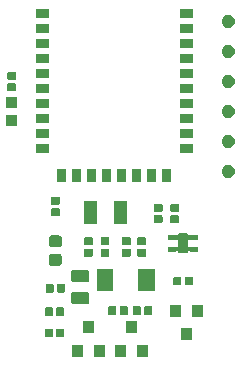
<source format=gbr>
G04 #@! TF.GenerationSoftware,KiCad,Pcbnew,(5.1.2-1)-1*
G04 #@! TF.CreationDate,2021-09-30T18:50:00+02:00*
G04 #@! TF.ProjectId,parasite,70617261-7369-4746-952e-6b696361645f,1.2.0*
G04 #@! TF.SameCoordinates,Original*
G04 #@! TF.FileFunction,Soldermask,Top*
G04 #@! TF.FilePolarity,Negative*
%FSLAX46Y46*%
G04 Gerber Fmt 4.6, Leading zero omitted, Abs format (unit mm)*
G04 Created by KiCad (PCBNEW (5.1.2-1)-1) date 2021-09-30 18:50:00*
%MOMM*%
%LPD*%
G04 APERTURE LIST*
%ADD10C,0.100000*%
G04 APERTURE END LIST*
D10*
G36*
X69851000Y-60201000D02*
G01*
X68949000Y-60201000D01*
X68949000Y-59199000D01*
X69851000Y-59199000D01*
X69851000Y-60201000D01*
X69851000Y-60201000D01*
G37*
G36*
X67951000Y-60201000D02*
G01*
X67049000Y-60201000D01*
X67049000Y-59199000D01*
X67951000Y-59199000D01*
X67951000Y-60201000D01*
X67951000Y-60201000D01*
G37*
G36*
X66201000Y-60201000D02*
G01*
X65299000Y-60201000D01*
X65299000Y-59199000D01*
X66201000Y-59199000D01*
X66201000Y-60201000D01*
X66201000Y-60201000D01*
G37*
G36*
X64301000Y-60201000D02*
G01*
X63399000Y-60201000D01*
X63399000Y-59199000D01*
X64301000Y-59199000D01*
X64301000Y-60201000D01*
X64301000Y-60201000D01*
G37*
G36*
X73551000Y-58801000D02*
G01*
X72649000Y-58801000D01*
X72649000Y-57799000D01*
X73551000Y-57799000D01*
X73551000Y-58801000D01*
X73551000Y-58801000D01*
G37*
G36*
X62656938Y-57831716D02*
G01*
X62677557Y-57837971D01*
X62696553Y-57848124D01*
X62713208Y-57861792D01*
X62726876Y-57878447D01*
X62737029Y-57897443D01*
X62743284Y-57918062D01*
X62746000Y-57945640D01*
X62746000Y-58454360D01*
X62743284Y-58481938D01*
X62737029Y-58502557D01*
X62726876Y-58521553D01*
X62713208Y-58538208D01*
X62696553Y-58551876D01*
X62677557Y-58562029D01*
X62656938Y-58568284D01*
X62629360Y-58571000D01*
X62170640Y-58571000D01*
X62143062Y-58568284D01*
X62122443Y-58562029D01*
X62103447Y-58551876D01*
X62086792Y-58538208D01*
X62073124Y-58521553D01*
X62062971Y-58502557D01*
X62056716Y-58481938D01*
X62054000Y-58454360D01*
X62054000Y-57945640D01*
X62056716Y-57918062D01*
X62062971Y-57897443D01*
X62073124Y-57878447D01*
X62086792Y-57861792D01*
X62103447Y-57848124D01*
X62122443Y-57837971D01*
X62143062Y-57831716D01*
X62170640Y-57829000D01*
X62629360Y-57829000D01*
X62656938Y-57831716D01*
X62656938Y-57831716D01*
G37*
G36*
X61686938Y-57831716D02*
G01*
X61707557Y-57837971D01*
X61726553Y-57848124D01*
X61743208Y-57861792D01*
X61756876Y-57878447D01*
X61767029Y-57897443D01*
X61773284Y-57918062D01*
X61776000Y-57945640D01*
X61776000Y-58454360D01*
X61773284Y-58481938D01*
X61767029Y-58502557D01*
X61756876Y-58521553D01*
X61743208Y-58538208D01*
X61726553Y-58551876D01*
X61707557Y-58562029D01*
X61686938Y-58568284D01*
X61659360Y-58571000D01*
X61200640Y-58571000D01*
X61173062Y-58568284D01*
X61152443Y-58562029D01*
X61133447Y-58551876D01*
X61116792Y-58538208D01*
X61103124Y-58521553D01*
X61092971Y-58502557D01*
X61086716Y-58481938D01*
X61084000Y-58454360D01*
X61084000Y-57945640D01*
X61086716Y-57918062D01*
X61092971Y-57897443D01*
X61103124Y-57878447D01*
X61116792Y-57861792D01*
X61133447Y-57848124D01*
X61152443Y-57837971D01*
X61173062Y-57831716D01*
X61200640Y-57829000D01*
X61659360Y-57829000D01*
X61686938Y-57831716D01*
X61686938Y-57831716D01*
G37*
G36*
X65251000Y-58201000D02*
G01*
X64349000Y-58201000D01*
X64349000Y-57199000D01*
X65251000Y-57199000D01*
X65251000Y-58201000D01*
X65251000Y-58201000D01*
G37*
G36*
X68901000Y-58201000D02*
G01*
X67999000Y-58201000D01*
X67999000Y-57199000D01*
X68901000Y-57199000D01*
X68901000Y-58201000D01*
X68901000Y-58201000D01*
G37*
G36*
X74501000Y-56801000D02*
G01*
X73599000Y-56801000D01*
X73599000Y-55799000D01*
X74501000Y-55799000D01*
X74501000Y-56801000D01*
X74501000Y-56801000D01*
G37*
G36*
X72601000Y-56801000D02*
G01*
X71699000Y-56801000D01*
X71699000Y-55799000D01*
X72601000Y-55799000D01*
X72601000Y-56801000D01*
X72601000Y-56801000D01*
G37*
G36*
X62656938Y-56031716D02*
G01*
X62677557Y-56037971D01*
X62696553Y-56048124D01*
X62713208Y-56061792D01*
X62726876Y-56078447D01*
X62737029Y-56097443D01*
X62743284Y-56118062D01*
X62746000Y-56145640D01*
X62746000Y-56654360D01*
X62743284Y-56681938D01*
X62737029Y-56702557D01*
X62726876Y-56721553D01*
X62713208Y-56738208D01*
X62696553Y-56751876D01*
X62677557Y-56762029D01*
X62656938Y-56768284D01*
X62629360Y-56771000D01*
X62170640Y-56771000D01*
X62143062Y-56768284D01*
X62122443Y-56762029D01*
X62103447Y-56751876D01*
X62086792Y-56738208D01*
X62073124Y-56721553D01*
X62062971Y-56702557D01*
X62056716Y-56681938D01*
X62054000Y-56654360D01*
X62054000Y-56145640D01*
X62056716Y-56118062D01*
X62062971Y-56097443D01*
X62073124Y-56078447D01*
X62086792Y-56061792D01*
X62103447Y-56048124D01*
X62122443Y-56037971D01*
X62143062Y-56031716D01*
X62170640Y-56029000D01*
X62629360Y-56029000D01*
X62656938Y-56031716D01*
X62656938Y-56031716D01*
G37*
G36*
X61686938Y-56031716D02*
G01*
X61707557Y-56037971D01*
X61726553Y-56048124D01*
X61743208Y-56061792D01*
X61756876Y-56078447D01*
X61767029Y-56097443D01*
X61773284Y-56118062D01*
X61776000Y-56145640D01*
X61776000Y-56654360D01*
X61773284Y-56681938D01*
X61767029Y-56702557D01*
X61756876Y-56721553D01*
X61743208Y-56738208D01*
X61726553Y-56751876D01*
X61707557Y-56762029D01*
X61686938Y-56768284D01*
X61659360Y-56771000D01*
X61200640Y-56771000D01*
X61173062Y-56768284D01*
X61152443Y-56762029D01*
X61133447Y-56751876D01*
X61116792Y-56738208D01*
X61103124Y-56721553D01*
X61092971Y-56702557D01*
X61086716Y-56681938D01*
X61084000Y-56654360D01*
X61084000Y-56145640D01*
X61086716Y-56118062D01*
X61092971Y-56097443D01*
X61103124Y-56078447D01*
X61116792Y-56061792D01*
X61133447Y-56048124D01*
X61152443Y-56037971D01*
X61173062Y-56031716D01*
X61200640Y-56029000D01*
X61659360Y-56029000D01*
X61686938Y-56031716D01*
X61686938Y-56031716D01*
G37*
G36*
X70126938Y-55931716D02*
G01*
X70147557Y-55937971D01*
X70166553Y-55948124D01*
X70183208Y-55961792D01*
X70196876Y-55978447D01*
X70207029Y-55997443D01*
X70213284Y-56018062D01*
X70216000Y-56045640D01*
X70216000Y-56554360D01*
X70213284Y-56581938D01*
X70207029Y-56602557D01*
X70196876Y-56621553D01*
X70183208Y-56638208D01*
X70166553Y-56651876D01*
X70147557Y-56662029D01*
X70126938Y-56668284D01*
X70099360Y-56671000D01*
X69640640Y-56671000D01*
X69613062Y-56668284D01*
X69592443Y-56662029D01*
X69573447Y-56651876D01*
X69556792Y-56638208D01*
X69543124Y-56621553D01*
X69532971Y-56602557D01*
X69526716Y-56581938D01*
X69524000Y-56554360D01*
X69524000Y-56045640D01*
X69526716Y-56018062D01*
X69532971Y-55997443D01*
X69543124Y-55978447D01*
X69556792Y-55961792D01*
X69573447Y-55948124D01*
X69592443Y-55937971D01*
X69613062Y-55931716D01*
X69640640Y-55929000D01*
X70099360Y-55929000D01*
X70126938Y-55931716D01*
X70126938Y-55931716D01*
G37*
G36*
X69156938Y-55931716D02*
G01*
X69177557Y-55937971D01*
X69196553Y-55948124D01*
X69213208Y-55961792D01*
X69226876Y-55978447D01*
X69237029Y-55997443D01*
X69243284Y-56018062D01*
X69246000Y-56045640D01*
X69246000Y-56554360D01*
X69243284Y-56581938D01*
X69237029Y-56602557D01*
X69226876Y-56621553D01*
X69213208Y-56638208D01*
X69196553Y-56651876D01*
X69177557Y-56662029D01*
X69156938Y-56668284D01*
X69129360Y-56671000D01*
X68670640Y-56671000D01*
X68643062Y-56668284D01*
X68622443Y-56662029D01*
X68603447Y-56651876D01*
X68586792Y-56638208D01*
X68573124Y-56621553D01*
X68562971Y-56602557D01*
X68556716Y-56581938D01*
X68554000Y-56554360D01*
X68554000Y-56045640D01*
X68556716Y-56018062D01*
X68562971Y-55997443D01*
X68573124Y-55978447D01*
X68586792Y-55961792D01*
X68603447Y-55948124D01*
X68622443Y-55937971D01*
X68643062Y-55931716D01*
X68670640Y-55929000D01*
X69129360Y-55929000D01*
X69156938Y-55931716D01*
X69156938Y-55931716D01*
G37*
G36*
X68041938Y-55931716D02*
G01*
X68062557Y-55937971D01*
X68081553Y-55948124D01*
X68098208Y-55961792D01*
X68111876Y-55978447D01*
X68122029Y-55997443D01*
X68128284Y-56018062D01*
X68131000Y-56045640D01*
X68131000Y-56554360D01*
X68128284Y-56581938D01*
X68122029Y-56602557D01*
X68111876Y-56621553D01*
X68098208Y-56638208D01*
X68081553Y-56651876D01*
X68062557Y-56662029D01*
X68041938Y-56668284D01*
X68014360Y-56671000D01*
X67555640Y-56671000D01*
X67528062Y-56668284D01*
X67507443Y-56662029D01*
X67488447Y-56651876D01*
X67471792Y-56638208D01*
X67458124Y-56621553D01*
X67447971Y-56602557D01*
X67441716Y-56581938D01*
X67439000Y-56554360D01*
X67439000Y-56045640D01*
X67441716Y-56018062D01*
X67447971Y-55997443D01*
X67458124Y-55978447D01*
X67471792Y-55961792D01*
X67488447Y-55948124D01*
X67507443Y-55937971D01*
X67528062Y-55931716D01*
X67555640Y-55929000D01*
X68014360Y-55929000D01*
X68041938Y-55931716D01*
X68041938Y-55931716D01*
G37*
G36*
X67071938Y-55931716D02*
G01*
X67092557Y-55937971D01*
X67111553Y-55948124D01*
X67128208Y-55961792D01*
X67141876Y-55978447D01*
X67152029Y-55997443D01*
X67158284Y-56018062D01*
X67161000Y-56045640D01*
X67161000Y-56554360D01*
X67158284Y-56581938D01*
X67152029Y-56602557D01*
X67141876Y-56621553D01*
X67128208Y-56638208D01*
X67111553Y-56651876D01*
X67092557Y-56662029D01*
X67071938Y-56668284D01*
X67044360Y-56671000D01*
X66585640Y-56671000D01*
X66558062Y-56668284D01*
X66537443Y-56662029D01*
X66518447Y-56651876D01*
X66501792Y-56638208D01*
X66488124Y-56621553D01*
X66477971Y-56602557D01*
X66471716Y-56581938D01*
X66469000Y-56554360D01*
X66469000Y-56045640D01*
X66471716Y-56018062D01*
X66477971Y-55997443D01*
X66488124Y-55978447D01*
X66501792Y-55961792D01*
X66518447Y-55948124D01*
X66537443Y-55937971D01*
X66558062Y-55931716D01*
X66585640Y-55929000D01*
X67044360Y-55929000D01*
X67071938Y-55931716D01*
X67071938Y-55931716D01*
G37*
G36*
X64684468Y-54703565D02*
G01*
X64723138Y-54715296D01*
X64758777Y-54734346D01*
X64790017Y-54759983D01*
X64815654Y-54791223D01*
X64834704Y-54826862D01*
X64846435Y-54865532D01*
X64851000Y-54911888D01*
X64851000Y-55563112D01*
X64846435Y-55609468D01*
X64834704Y-55648138D01*
X64815654Y-55683777D01*
X64790017Y-55715017D01*
X64758777Y-55740654D01*
X64723138Y-55759704D01*
X64684468Y-55771435D01*
X64638112Y-55776000D01*
X63561888Y-55776000D01*
X63515532Y-55771435D01*
X63476862Y-55759704D01*
X63441223Y-55740654D01*
X63409983Y-55715017D01*
X63384346Y-55683777D01*
X63365296Y-55648138D01*
X63353565Y-55609468D01*
X63349000Y-55563112D01*
X63349000Y-54911888D01*
X63353565Y-54865532D01*
X63365296Y-54826862D01*
X63384346Y-54791223D01*
X63409983Y-54759983D01*
X63441223Y-54734346D01*
X63476862Y-54715296D01*
X63515532Y-54703565D01*
X63561888Y-54699000D01*
X64638112Y-54699000D01*
X64684468Y-54703565D01*
X64684468Y-54703565D01*
G37*
G36*
X62741938Y-54031716D02*
G01*
X62762557Y-54037971D01*
X62781553Y-54048124D01*
X62798208Y-54061792D01*
X62811876Y-54078447D01*
X62822029Y-54097443D01*
X62828284Y-54118062D01*
X62831000Y-54145640D01*
X62831000Y-54654360D01*
X62828284Y-54681938D01*
X62822029Y-54702557D01*
X62811876Y-54721553D01*
X62798208Y-54738208D01*
X62781553Y-54751876D01*
X62762557Y-54762029D01*
X62741938Y-54768284D01*
X62714360Y-54771000D01*
X62255640Y-54771000D01*
X62228062Y-54768284D01*
X62207443Y-54762029D01*
X62188447Y-54751876D01*
X62171792Y-54738208D01*
X62158124Y-54721553D01*
X62147971Y-54702557D01*
X62141716Y-54681938D01*
X62139000Y-54654360D01*
X62139000Y-54145640D01*
X62141716Y-54118062D01*
X62147971Y-54097443D01*
X62158124Y-54078447D01*
X62171792Y-54061792D01*
X62188447Y-54048124D01*
X62207443Y-54037971D01*
X62228062Y-54031716D01*
X62255640Y-54029000D01*
X62714360Y-54029000D01*
X62741938Y-54031716D01*
X62741938Y-54031716D01*
G37*
G36*
X61771938Y-54031716D02*
G01*
X61792557Y-54037971D01*
X61811553Y-54048124D01*
X61828208Y-54061792D01*
X61841876Y-54078447D01*
X61852029Y-54097443D01*
X61858284Y-54118062D01*
X61861000Y-54145640D01*
X61861000Y-54654360D01*
X61858284Y-54681938D01*
X61852029Y-54702557D01*
X61841876Y-54721553D01*
X61828208Y-54738208D01*
X61811553Y-54751876D01*
X61792557Y-54762029D01*
X61771938Y-54768284D01*
X61744360Y-54771000D01*
X61285640Y-54771000D01*
X61258062Y-54768284D01*
X61237443Y-54762029D01*
X61218447Y-54751876D01*
X61201792Y-54738208D01*
X61188124Y-54721553D01*
X61177971Y-54702557D01*
X61171716Y-54681938D01*
X61169000Y-54654360D01*
X61169000Y-54145640D01*
X61171716Y-54118062D01*
X61177971Y-54097443D01*
X61188124Y-54078447D01*
X61201792Y-54061792D01*
X61218447Y-54048124D01*
X61237443Y-54037971D01*
X61258062Y-54031716D01*
X61285640Y-54029000D01*
X61744360Y-54029000D01*
X61771938Y-54031716D01*
X61771938Y-54031716D01*
G37*
G36*
X70401000Y-54601000D02*
G01*
X68999000Y-54601000D01*
X68999000Y-52799000D01*
X70401000Y-52799000D01*
X70401000Y-54601000D01*
X70401000Y-54601000D01*
G37*
G36*
X66901000Y-54601000D02*
G01*
X65499000Y-54601000D01*
X65499000Y-52799000D01*
X66901000Y-52799000D01*
X66901000Y-54601000D01*
X66901000Y-54601000D01*
G37*
G36*
X72586938Y-53431716D02*
G01*
X72607557Y-53437971D01*
X72626553Y-53448124D01*
X72643208Y-53461792D01*
X72656876Y-53478447D01*
X72667029Y-53497443D01*
X72673284Y-53518062D01*
X72676000Y-53545640D01*
X72676000Y-54054360D01*
X72673284Y-54081938D01*
X72667029Y-54102557D01*
X72656876Y-54121553D01*
X72643208Y-54138208D01*
X72626553Y-54151876D01*
X72607557Y-54162029D01*
X72586938Y-54168284D01*
X72559360Y-54171000D01*
X72100640Y-54171000D01*
X72073062Y-54168284D01*
X72052443Y-54162029D01*
X72033447Y-54151876D01*
X72016792Y-54138208D01*
X72003124Y-54121553D01*
X71992971Y-54102557D01*
X71986716Y-54081938D01*
X71984000Y-54054360D01*
X71984000Y-53545640D01*
X71986716Y-53518062D01*
X71992971Y-53497443D01*
X72003124Y-53478447D01*
X72016792Y-53461792D01*
X72033447Y-53448124D01*
X72052443Y-53437971D01*
X72073062Y-53431716D01*
X72100640Y-53429000D01*
X72559360Y-53429000D01*
X72586938Y-53431716D01*
X72586938Y-53431716D01*
G37*
G36*
X73556938Y-53431716D02*
G01*
X73577557Y-53437971D01*
X73596553Y-53448124D01*
X73613208Y-53461792D01*
X73626876Y-53478447D01*
X73637029Y-53497443D01*
X73643284Y-53518062D01*
X73646000Y-53545640D01*
X73646000Y-54054360D01*
X73643284Y-54081938D01*
X73637029Y-54102557D01*
X73626876Y-54121553D01*
X73613208Y-54138208D01*
X73596553Y-54151876D01*
X73577557Y-54162029D01*
X73556938Y-54168284D01*
X73529360Y-54171000D01*
X73070640Y-54171000D01*
X73043062Y-54168284D01*
X73022443Y-54162029D01*
X73003447Y-54151876D01*
X72986792Y-54138208D01*
X72973124Y-54121553D01*
X72962971Y-54102557D01*
X72956716Y-54081938D01*
X72954000Y-54054360D01*
X72954000Y-53545640D01*
X72956716Y-53518062D01*
X72962971Y-53497443D01*
X72973124Y-53478447D01*
X72986792Y-53461792D01*
X73003447Y-53448124D01*
X73022443Y-53437971D01*
X73043062Y-53431716D01*
X73070640Y-53429000D01*
X73529360Y-53429000D01*
X73556938Y-53431716D01*
X73556938Y-53431716D01*
G37*
G36*
X64684468Y-52828565D02*
G01*
X64723138Y-52840296D01*
X64758777Y-52859346D01*
X64790017Y-52884983D01*
X64815654Y-52916223D01*
X64834704Y-52951862D01*
X64846435Y-52990532D01*
X64851000Y-53036888D01*
X64851000Y-53688112D01*
X64846435Y-53734468D01*
X64834704Y-53773138D01*
X64815654Y-53808777D01*
X64790017Y-53840017D01*
X64758777Y-53865654D01*
X64723138Y-53884704D01*
X64684468Y-53896435D01*
X64638112Y-53901000D01*
X63561888Y-53901000D01*
X63515532Y-53896435D01*
X63476862Y-53884704D01*
X63441223Y-53865654D01*
X63409983Y-53840017D01*
X63384346Y-53808777D01*
X63365296Y-53773138D01*
X63353565Y-53734468D01*
X63349000Y-53688112D01*
X63349000Y-53036888D01*
X63353565Y-52990532D01*
X63365296Y-52951862D01*
X63384346Y-52916223D01*
X63409983Y-52884983D01*
X63441223Y-52859346D01*
X63476862Y-52840296D01*
X63515532Y-52828565D01*
X63561888Y-52824000D01*
X64638112Y-52824000D01*
X64684468Y-52828565D01*
X64684468Y-52828565D01*
G37*
G36*
X62379591Y-51515585D02*
G01*
X62413569Y-51525893D01*
X62444890Y-51542634D01*
X62472339Y-51565161D01*
X62494866Y-51592610D01*
X62511607Y-51623931D01*
X62521915Y-51657909D01*
X62526000Y-51699390D01*
X62526000Y-52300610D01*
X62521915Y-52342091D01*
X62511607Y-52376069D01*
X62494866Y-52407390D01*
X62472339Y-52434839D01*
X62444890Y-52457366D01*
X62413569Y-52474107D01*
X62379591Y-52484415D01*
X62338110Y-52488500D01*
X61661890Y-52488500D01*
X61620409Y-52484415D01*
X61586431Y-52474107D01*
X61555110Y-52457366D01*
X61527661Y-52434839D01*
X61505134Y-52407390D01*
X61488393Y-52376069D01*
X61478085Y-52342091D01*
X61474000Y-52300610D01*
X61474000Y-51699390D01*
X61478085Y-51657909D01*
X61488393Y-51623931D01*
X61505134Y-51592610D01*
X61527661Y-51565161D01*
X61555110Y-51542634D01*
X61586431Y-51525893D01*
X61620409Y-51515585D01*
X61661890Y-51511500D01*
X62338110Y-51511500D01*
X62379591Y-51515585D01*
X62379591Y-51515585D01*
G37*
G36*
X69581938Y-51056716D02*
G01*
X69602557Y-51062971D01*
X69621553Y-51073124D01*
X69638208Y-51086792D01*
X69651876Y-51103447D01*
X69662029Y-51122443D01*
X69668284Y-51143062D01*
X69671000Y-51170640D01*
X69671000Y-51629360D01*
X69668284Y-51656938D01*
X69662029Y-51677557D01*
X69651876Y-51696553D01*
X69638208Y-51713208D01*
X69621553Y-51726876D01*
X69602557Y-51737029D01*
X69581938Y-51743284D01*
X69554360Y-51746000D01*
X69045640Y-51746000D01*
X69018062Y-51743284D01*
X68997443Y-51737029D01*
X68978447Y-51726876D01*
X68961792Y-51713208D01*
X68948124Y-51696553D01*
X68937971Y-51677557D01*
X68931716Y-51656938D01*
X68929000Y-51629360D01*
X68929000Y-51170640D01*
X68931716Y-51143062D01*
X68937971Y-51122443D01*
X68948124Y-51103447D01*
X68961792Y-51086792D01*
X68978447Y-51073124D01*
X68997443Y-51062971D01*
X69018062Y-51056716D01*
X69045640Y-51054000D01*
X69554360Y-51054000D01*
X69581938Y-51056716D01*
X69581938Y-51056716D01*
G37*
G36*
X68281938Y-51056716D02*
G01*
X68302557Y-51062971D01*
X68321553Y-51073124D01*
X68338208Y-51086792D01*
X68351876Y-51103447D01*
X68362029Y-51122443D01*
X68368284Y-51143062D01*
X68371000Y-51170640D01*
X68371000Y-51629360D01*
X68368284Y-51656938D01*
X68362029Y-51677557D01*
X68351876Y-51696553D01*
X68338208Y-51713208D01*
X68321553Y-51726876D01*
X68302557Y-51737029D01*
X68281938Y-51743284D01*
X68254360Y-51746000D01*
X67745640Y-51746000D01*
X67718062Y-51743284D01*
X67697443Y-51737029D01*
X67678447Y-51726876D01*
X67661792Y-51713208D01*
X67648124Y-51696553D01*
X67637971Y-51677557D01*
X67631716Y-51656938D01*
X67629000Y-51629360D01*
X67629000Y-51170640D01*
X67631716Y-51143062D01*
X67637971Y-51122443D01*
X67648124Y-51103447D01*
X67661792Y-51086792D01*
X67678447Y-51073124D01*
X67697443Y-51062971D01*
X67718062Y-51056716D01*
X67745640Y-51054000D01*
X68254360Y-51054000D01*
X68281938Y-51056716D01*
X68281938Y-51056716D01*
G37*
G36*
X66481938Y-51056716D02*
G01*
X66502557Y-51062971D01*
X66521553Y-51073124D01*
X66538208Y-51086792D01*
X66551876Y-51103447D01*
X66562029Y-51122443D01*
X66568284Y-51143062D01*
X66571000Y-51170640D01*
X66571000Y-51629360D01*
X66568284Y-51656938D01*
X66562029Y-51677557D01*
X66551876Y-51696553D01*
X66538208Y-51713208D01*
X66521553Y-51726876D01*
X66502557Y-51737029D01*
X66481938Y-51743284D01*
X66454360Y-51746000D01*
X65945640Y-51746000D01*
X65918062Y-51743284D01*
X65897443Y-51737029D01*
X65878447Y-51726876D01*
X65861792Y-51713208D01*
X65848124Y-51696553D01*
X65837971Y-51677557D01*
X65831716Y-51656938D01*
X65829000Y-51629360D01*
X65829000Y-51170640D01*
X65831716Y-51143062D01*
X65837971Y-51122443D01*
X65848124Y-51103447D01*
X65861792Y-51086792D01*
X65878447Y-51073124D01*
X65897443Y-51062971D01*
X65918062Y-51056716D01*
X65945640Y-51054000D01*
X66454360Y-51054000D01*
X66481938Y-51056716D01*
X66481938Y-51056716D01*
G37*
G36*
X65081938Y-51056716D02*
G01*
X65102557Y-51062971D01*
X65121553Y-51073124D01*
X65138208Y-51086792D01*
X65151876Y-51103447D01*
X65162029Y-51122443D01*
X65168284Y-51143062D01*
X65171000Y-51170640D01*
X65171000Y-51629360D01*
X65168284Y-51656938D01*
X65162029Y-51677557D01*
X65151876Y-51696553D01*
X65138208Y-51713208D01*
X65121553Y-51726876D01*
X65102557Y-51737029D01*
X65081938Y-51743284D01*
X65054360Y-51746000D01*
X64545640Y-51746000D01*
X64518062Y-51743284D01*
X64497443Y-51737029D01*
X64478447Y-51726876D01*
X64461792Y-51713208D01*
X64448124Y-51696553D01*
X64437971Y-51677557D01*
X64431716Y-51656938D01*
X64429000Y-51629360D01*
X64429000Y-51170640D01*
X64431716Y-51143062D01*
X64437971Y-51122443D01*
X64448124Y-51103447D01*
X64461792Y-51086792D01*
X64478447Y-51073124D01*
X64497443Y-51062971D01*
X64518062Y-51056716D01*
X64545640Y-51054000D01*
X65054360Y-51054000D01*
X65081938Y-51056716D01*
X65081938Y-51056716D01*
G37*
G36*
X73089802Y-49752244D02*
G01*
X73115579Y-49760064D01*
X73139333Y-49772761D01*
X73160153Y-49789847D01*
X73177239Y-49810667D01*
X73189936Y-49834422D01*
X73194717Y-49850180D01*
X73204095Y-49872819D01*
X73217709Y-49893193D01*
X73235037Y-49910519D01*
X73255412Y-49924133D01*
X73278051Y-49933509D01*
X73302084Y-49938289D01*
X73326588Y-49938289D01*
X73350621Y-49933508D01*
X73373260Y-49924130D01*
X73393634Y-49910516D01*
X73410959Y-49893190D01*
X73414219Y-49889217D01*
X73421776Y-49883016D01*
X73430405Y-49878403D01*
X73439768Y-49875563D01*
X73455640Y-49874000D01*
X73994360Y-49874000D01*
X74010232Y-49875563D01*
X74019595Y-49878403D01*
X74028224Y-49883016D01*
X74035782Y-49889218D01*
X74041984Y-49896776D01*
X74046597Y-49905405D01*
X74049437Y-49914768D01*
X74051000Y-49930640D01*
X74051000Y-50269360D01*
X74049437Y-50285232D01*
X74046597Y-50294595D01*
X74041984Y-50303224D01*
X74035782Y-50310782D01*
X74028224Y-50316984D01*
X74019595Y-50321597D01*
X74010232Y-50324437D01*
X73994360Y-50326000D01*
X73455640Y-50326000D01*
X73439768Y-50324437D01*
X73430405Y-50321597D01*
X73421779Y-50316986D01*
X73405296Y-50303459D01*
X73384921Y-50289846D01*
X73362282Y-50280469D01*
X73338249Y-50275689D01*
X73313745Y-50275689D01*
X73289711Y-50280470D01*
X73267073Y-50289848D01*
X73246699Y-50303462D01*
X73229372Y-50320789D01*
X73215759Y-50341164D01*
X73206382Y-50363803D01*
X73201000Y-50400086D01*
X73201000Y-50799914D01*
X73203402Y-50824300D01*
X73210515Y-50847749D01*
X73222066Y-50869360D01*
X73237611Y-50888302D01*
X73256553Y-50903847D01*
X73278164Y-50915398D01*
X73301613Y-50922511D01*
X73325999Y-50924913D01*
X73350385Y-50922511D01*
X73373834Y-50915398D01*
X73405296Y-50896541D01*
X73421779Y-50883014D01*
X73430405Y-50878403D01*
X73439768Y-50875563D01*
X73455640Y-50874000D01*
X73994360Y-50874000D01*
X74010232Y-50875563D01*
X74019595Y-50878403D01*
X74028224Y-50883016D01*
X74035782Y-50889218D01*
X74041984Y-50896776D01*
X74046597Y-50905405D01*
X74049437Y-50914768D01*
X74051000Y-50930640D01*
X74051000Y-51269360D01*
X74049437Y-51285232D01*
X74046597Y-51294595D01*
X74041984Y-51303224D01*
X74035782Y-51310782D01*
X74028224Y-51316984D01*
X74019595Y-51321597D01*
X74010232Y-51324437D01*
X73994360Y-51326000D01*
X73455640Y-51326000D01*
X73439768Y-51324437D01*
X73430405Y-51321597D01*
X73421776Y-51316984D01*
X73414219Y-51310783D01*
X73410959Y-51306810D01*
X73393632Y-51289483D01*
X73373258Y-51275869D01*
X73350619Y-51266492D01*
X73326586Y-51261711D01*
X73302082Y-51261711D01*
X73278048Y-51266491D01*
X73255410Y-51275868D01*
X73235035Y-51289482D01*
X73217708Y-51306809D01*
X73204094Y-51327183D01*
X73194717Y-51349820D01*
X73189936Y-51365578D01*
X73177239Y-51389333D01*
X73160153Y-51410153D01*
X73139333Y-51427239D01*
X73115579Y-51439936D01*
X73089802Y-51447756D01*
X73056862Y-51451000D01*
X72543138Y-51451000D01*
X72510198Y-51447756D01*
X72484421Y-51439936D01*
X72460667Y-51427239D01*
X72439847Y-51410153D01*
X72422761Y-51389333D01*
X72410064Y-51365578D01*
X72405283Y-51349820D01*
X72395905Y-51327181D01*
X72382291Y-51306807D01*
X72364963Y-51289481D01*
X72344588Y-51275867D01*
X72321949Y-51266491D01*
X72297916Y-51261711D01*
X72273412Y-51261711D01*
X72249379Y-51266492D01*
X72226740Y-51275870D01*
X72206366Y-51289484D01*
X72189041Y-51306810D01*
X72185781Y-51310783D01*
X72178224Y-51316984D01*
X72169595Y-51321597D01*
X72160232Y-51324437D01*
X72144360Y-51326000D01*
X71605640Y-51326000D01*
X71589768Y-51324437D01*
X71580405Y-51321597D01*
X71571776Y-51316984D01*
X71564218Y-51310782D01*
X71558016Y-51303224D01*
X71553403Y-51294595D01*
X71550563Y-51285232D01*
X71549000Y-51269360D01*
X71549000Y-50930640D01*
X71550563Y-50914768D01*
X71553403Y-50905405D01*
X71558016Y-50896776D01*
X71564218Y-50889218D01*
X71571776Y-50883016D01*
X71580405Y-50878403D01*
X71589768Y-50875563D01*
X71605640Y-50874000D01*
X72144360Y-50874000D01*
X72160232Y-50875563D01*
X72169595Y-50878403D01*
X72178221Y-50883014D01*
X72194704Y-50896541D01*
X72215079Y-50910154D01*
X72237718Y-50919531D01*
X72261751Y-50924311D01*
X72286255Y-50924311D01*
X72310289Y-50919530D01*
X72332927Y-50910152D01*
X72353301Y-50896538D01*
X72370628Y-50879211D01*
X72384241Y-50858836D01*
X72393618Y-50836197D01*
X72399000Y-50799914D01*
X72399000Y-50400086D01*
X72396598Y-50375700D01*
X72389485Y-50352251D01*
X72377934Y-50330640D01*
X72362389Y-50311698D01*
X72343447Y-50296153D01*
X72321836Y-50284602D01*
X72298387Y-50277489D01*
X72274001Y-50275087D01*
X72249615Y-50277489D01*
X72226166Y-50284602D01*
X72194704Y-50303459D01*
X72178221Y-50316986D01*
X72169595Y-50321597D01*
X72160232Y-50324437D01*
X72144360Y-50326000D01*
X71605640Y-50326000D01*
X71589768Y-50324437D01*
X71580405Y-50321597D01*
X71571776Y-50316984D01*
X71564218Y-50310782D01*
X71558016Y-50303224D01*
X71553403Y-50294595D01*
X71550563Y-50285232D01*
X71549000Y-50269360D01*
X71549000Y-49930640D01*
X71550563Y-49914768D01*
X71553403Y-49905405D01*
X71558016Y-49896776D01*
X71564218Y-49889218D01*
X71571776Y-49883016D01*
X71580405Y-49878403D01*
X71589768Y-49875563D01*
X71605640Y-49874000D01*
X72144360Y-49874000D01*
X72160232Y-49875563D01*
X72169595Y-49878403D01*
X72178224Y-49883016D01*
X72185781Y-49889217D01*
X72189041Y-49893190D01*
X72206368Y-49910517D01*
X72226742Y-49924131D01*
X72249381Y-49933508D01*
X72273414Y-49938289D01*
X72297918Y-49938289D01*
X72321952Y-49933509D01*
X72344590Y-49924132D01*
X72364965Y-49910518D01*
X72382292Y-49893191D01*
X72395906Y-49872817D01*
X72405283Y-49850180D01*
X72410064Y-49834422D01*
X72422761Y-49810667D01*
X72439847Y-49789847D01*
X72460667Y-49772761D01*
X72484421Y-49760064D01*
X72510198Y-49752244D01*
X72543138Y-49749000D01*
X73056862Y-49749000D01*
X73089802Y-49752244D01*
X73089802Y-49752244D01*
G37*
G36*
X62379591Y-49940585D02*
G01*
X62413569Y-49950893D01*
X62444890Y-49967634D01*
X62472339Y-49990161D01*
X62494866Y-50017610D01*
X62511607Y-50048931D01*
X62521915Y-50082909D01*
X62526000Y-50124390D01*
X62526000Y-50725610D01*
X62521915Y-50767091D01*
X62511607Y-50801069D01*
X62494866Y-50832390D01*
X62472339Y-50859839D01*
X62444890Y-50882366D01*
X62413569Y-50899107D01*
X62379591Y-50909415D01*
X62338110Y-50913500D01*
X61661890Y-50913500D01*
X61620409Y-50909415D01*
X61586431Y-50899107D01*
X61555110Y-50882366D01*
X61527661Y-50859839D01*
X61505134Y-50832390D01*
X61488393Y-50801069D01*
X61478085Y-50767091D01*
X61474000Y-50725610D01*
X61474000Y-50124390D01*
X61478085Y-50082909D01*
X61488393Y-50048931D01*
X61505134Y-50017610D01*
X61527661Y-49990161D01*
X61555110Y-49967634D01*
X61586431Y-49950893D01*
X61620409Y-49940585D01*
X61661890Y-49936500D01*
X62338110Y-49936500D01*
X62379591Y-49940585D01*
X62379591Y-49940585D01*
G37*
G36*
X69581938Y-50086716D02*
G01*
X69602557Y-50092971D01*
X69621553Y-50103124D01*
X69638208Y-50116792D01*
X69651876Y-50133447D01*
X69662029Y-50152443D01*
X69668284Y-50173062D01*
X69671000Y-50200640D01*
X69671000Y-50659360D01*
X69668284Y-50686938D01*
X69662029Y-50707557D01*
X69651876Y-50726553D01*
X69638208Y-50743208D01*
X69621553Y-50756876D01*
X69602557Y-50767029D01*
X69581938Y-50773284D01*
X69554360Y-50776000D01*
X69045640Y-50776000D01*
X69018062Y-50773284D01*
X68997443Y-50767029D01*
X68978447Y-50756876D01*
X68961792Y-50743208D01*
X68948124Y-50726553D01*
X68937971Y-50707557D01*
X68931716Y-50686938D01*
X68929000Y-50659360D01*
X68929000Y-50200640D01*
X68931716Y-50173062D01*
X68937971Y-50152443D01*
X68948124Y-50133447D01*
X68961792Y-50116792D01*
X68978447Y-50103124D01*
X68997443Y-50092971D01*
X69018062Y-50086716D01*
X69045640Y-50084000D01*
X69554360Y-50084000D01*
X69581938Y-50086716D01*
X69581938Y-50086716D01*
G37*
G36*
X68281938Y-50086716D02*
G01*
X68302557Y-50092971D01*
X68321553Y-50103124D01*
X68338208Y-50116792D01*
X68351876Y-50133447D01*
X68362029Y-50152443D01*
X68368284Y-50173062D01*
X68371000Y-50200640D01*
X68371000Y-50659360D01*
X68368284Y-50686938D01*
X68362029Y-50707557D01*
X68351876Y-50726553D01*
X68338208Y-50743208D01*
X68321553Y-50756876D01*
X68302557Y-50767029D01*
X68281938Y-50773284D01*
X68254360Y-50776000D01*
X67745640Y-50776000D01*
X67718062Y-50773284D01*
X67697443Y-50767029D01*
X67678447Y-50756876D01*
X67661792Y-50743208D01*
X67648124Y-50726553D01*
X67637971Y-50707557D01*
X67631716Y-50686938D01*
X67629000Y-50659360D01*
X67629000Y-50200640D01*
X67631716Y-50173062D01*
X67637971Y-50152443D01*
X67648124Y-50133447D01*
X67661792Y-50116792D01*
X67678447Y-50103124D01*
X67697443Y-50092971D01*
X67718062Y-50086716D01*
X67745640Y-50084000D01*
X68254360Y-50084000D01*
X68281938Y-50086716D01*
X68281938Y-50086716D01*
G37*
G36*
X66481938Y-50086716D02*
G01*
X66502557Y-50092971D01*
X66521553Y-50103124D01*
X66538208Y-50116792D01*
X66551876Y-50133447D01*
X66562029Y-50152443D01*
X66568284Y-50173062D01*
X66571000Y-50200640D01*
X66571000Y-50659360D01*
X66568284Y-50686938D01*
X66562029Y-50707557D01*
X66551876Y-50726553D01*
X66538208Y-50743208D01*
X66521553Y-50756876D01*
X66502557Y-50767029D01*
X66481938Y-50773284D01*
X66454360Y-50776000D01*
X65945640Y-50776000D01*
X65918062Y-50773284D01*
X65897443Y-50767029D01*
X65878447Y-50756876D01*
X65861792Y-50743208D01*
X65848124Y-50726553D01*
X65837971Y-50707557D01*
X65831716Y-50686938D01*
X65829000Y-50659360D01*
X65829000Y-50200640D01*
X65831716Y-50173062D01*
X65837971Y-50152443D01*
X65848124Y-50133447D01*
X65861792Y-50116792D01*
X65878447Y-50103124D01*
X65897443Y-50092971D01*
X65918062Y-50086716D01*
X65945640Y-50084000D01*
X66454360Y-50084000D01*
X66481938Y-50086716D01*
X66481938Y-50086716D01*
G37*
G36*
X65081938Y-50086716D02*
G01*
X65102557Y-50092971D01*
X65121553Y-50103124D01*
X65138208Y-50116792D01*
X65151876Y-50133447D01*
X65162029Y-50152443D01*
X65168284Y-50173062D01*
X65171000Y-50200640D01*
X65171000Y-50659360D01*
X65168284Y-50686938D01*
X65162029Y-50707557D01*
X65151876Y-50726553D01*
X65138208Y-50743208D01*
X65121553Y-50756876D01*
X65102557Y-50767029D01*
X65081938Y-50773284D01*
X65054360Y-50776000D01*
X64545640Y-50776000D01*
X64518062Y-50773284D01*
X64497443Y-50767029D01*
X64478447Y-50756876D01*
X64461792Y-50743208D01*
X64448124Y-50726553D01*
X64437971Y-50707557D01*
X64431716Y-50686938D01*
X64429000Y-50659360D01*
X64429000Y-50200640D01*
X64431716Y-50173062D01*
X64437971Y-50152443D01*
X64448124Y-50133447D01*
X64461792Y-50116792D01*
X64478447Y-50103124D01*
X64497443Y-50092971D01*
X64518062Y-50086716D01*
X64545640Y-50084000D01*
X65054360Y-50084000D01*
X65081938Y-50086716D01*
X65081938Y-50086716D01*
G37*
G36*
X65551000Y-48951000D02*
G01*
X64449000Y-48951000D01*
X64449000Y-47049000D01*
X65551000Y-47049000D01*
X65551000Y-48951000D01*
X65551000Y-48951000D01*
G37*
G36*
X68051000Y-48951000D02*
G01*
X66949000Y-48951000D01*
X66949000Y-47049000D01*
X68051000Y-47049000D01*
X68051000Y-48951000D01*
X68051000Y-48951000D01*
G37*
G36*
X70981938Y-48226716D02*
G01*
X71002557Y-48232971D01*
X71021553Y-48243124D01*
X71038208Y-48256792D01*
X71051876Y-48273447D01*
X71062029Y-48292443D01*
X71068284Y-48313062D01*
X71071000Y-48340640D01*
X71071000Y-48799360D01*
X71068284Y-48826938D01*
X71062029Y-48847557D01*
X71051876Y-48866553D01*
X71038208Y-48883208D01*
X71021553Y-48896876D01*
X71002557Y-48907029D01*
X70981938Y-48913284D01*
X70954360Y-48916000D01*
X70445640Y-48916000D01*
X70418062Y-48913284D01*
X70397443Y-48907029D01*
X70378447Y-48896876D01*
X70361792Y-48883208D01*
X70348124Y-48866553D01*
X70337971Y-48847557D01*
X70331716Y-48826938D01*
X70329000Y-48799360D01*
X70329000Y-48340640D01*
X70331716Y-48313062D01*
X70337971Y-48292443D01*
X70348124Y-48273447D01*
X70361792Y-48256792D01*
X70378447Y-48243124D01*
X70397443Y-48232971D01*
X70418062Y-48226716D01*
X70445640Y-48224000D01*
X70954360Y-48224000D01*
X70981938Y-48226716D01*
X70981938Y-48226716D01*
G37*
G36*
X72381938Y-48226716D02*
G01*
X72402557Y-48232971D01*
X72421553Y-48243124D01*
X72438208Y-48256792D01*
X72451876Y-48273447D01*
X72462029Y-48292443D01*
X72468284Y-48313062D01*
X72471000Y-48340640D01*
X72471000Y-48799360D01*
X72468284Y-48826938D01*
X72462029Y-48847557D01*
X72451876Y-48866553D01*
X72438208Y-48883208D01*
X72421553Y-48896876D01*
X72402557Y-48907029D01*
X72381938Y-48913284D01*
X72354360Y-48916000D01*
X71845640Y-48916000D01*
X71818062Y-48913284D01*
X71797443Y-48907029D01*
X71778447Y-48896876D01*
X71761792Y-48883208D01*
X71748124Y-48866553D01*
X71737971Y-48847557D01*
X71731716Y-48826938D01*
X71729000Y-48799360D01*
X71729000Y-48340640D01*
X71731716Y-48313062D01*
X71737971Y-48292443D01*
X71748124Y-48273447D01*
X71761792Y-48256792D01*
X71778447Y-48243124D01*
X71797443Y-48232971D01*
X71818062Y-48226716D01*
X71845640Y-48224000D01*
X72354360Y-48224000D01*
X72381938Y-48226716D01*
X72381938Y-48226716D01*
G37*
G36*
X62281938Y-47626716D02*
G01*
X62302557Y-47632971D01*
X62321553Y-47643124D01*
X62338208Y-47656792D01*
X62351876Y-47673447D01*
X62362029Y-47692443D01*
X62368284Y-47713062D01*
X62371000Y-47740640D01*
X62371000Y-48199360D01*
X62368284Y-48226938D01*
X62362029Y-48247557D01*
X62351876Y-48266553D01*
X62338208Y-48283208D01*
X62321553Y-48296876D01*
X62302557Y-48307029D01*
X62281938Y-48313284D01*
X62254360Y-48316000D01*
X61745640Y-48316000D01*
X61718062Y-48313284D01*
X61697443Y-48307029D01*
X61678447Y-48296876D01*
X61661792Y-48283208D01*
X61648124Y-48266553D01*
X61637971Y-48247557D01*
X61631716Y-48226938D01*
X61629000Y-48199360D01*
X61629000Y-47740640D01*
X61631716Y-47713062D01*
X61637971Y-47692443D01*
X61648124Y-47673447D01*
X61661792Y-47656792D01*
X61678447Y-47643124D01*
X61697443Y-47632971D01*
X61718062Y-47626716D01*
X61745640Y-47624000D01*
X62254360Y-47624000D01*
X62281938Y-47626716D01*
X62281938Y-47626716D01*
G37*
G36*
X70981938Y-47256716D02*
G01*
X71002557Y-47262971D01*
X71021553Y-47273124D01*
X71038208Y-47286792D01*
X71051876Y-47303447D01*
X71062029Y-47322443D01*
X71068284Y-47343062D01*
X71071000Y-47370640D01*
X71071000Y-47829360D01*
X71068284Y-47856938D01*
X71062029Y-47877557D01*
X71051876Y-47896553D01*
X71038208Y-47913208D01*
X71021553Y-47926876D01*
X71002557Y-47937029D01*
X70981938Y-47943284D01*
X70954360Y-47946000D01*
X70445640Y-47946000D01*
X70418062Y-47943284D01*
X70397443Y-47937029D01*
X70378447Y-47926876D01*
X70361792Y-47913208D01*
X70348124Y-47896553D01*
X70337971Y-47877557D01*
X70331716Y-47856938D01*
X70329000Y-47829360D01*
X70329000Y-47370640D01*
X70331716Y-47343062D01*
X70337971Y-47322443D01*
X70348124Y-47303447D01*
X70361792Y-47286792D01*
X70378447Y-47273124D01*
X70397443Y-47262971D01*
X70418062Y-47256716D01*
X70445640Y-47254000D01*
X70954360Y-47254000D01*
X70981938Y-47256716D01*
X70981938Y-47256716D01*
G37*
G36*
X72381938Y-47256716D02*
G01*
X72402557Y-47262971D01*
X72421553Y-47273124D01*
X72438208Y-47286792D01*
X72451876Y-47303447D01*
X72462029Y-47322443D01*
X72468284Y-47343062D01*
X72471000Y-47370640D01*
X72471000Y-47829360D01*
X72468284Y-47856938D01*
X72462029Y-47877557D01*
X72451876Y-47896553D01*
X72438208Y-47913208D01*
X72421553Y-47926876D01*
X72402557Y-47937029D01*
X72381938Y-47943284D01*
X72354360Y-47946000D01*
X71845640Y-47946000D01*
X71818062Y-47943284D01*
X71797443Y-47937029D01*
X71778447Y-47926876D01*
X71761792Y-47913208D01*
X71748124Y-47896553D01*
X71737971Y-47877557D01*
X71731716Y-47856938D01*
X71729000Y-47829360D01*
X71729000Y-47370640D01*
X71731716Y-47343062D01*
X71737971Y-47322443D01*
X71748124Y-47303447D01*
X71761792Y-47286792D01*
X71778447Y-47273124D01*
X71797443Y-47262971D01*
X71818062Y-47256716D01*
X71845640Y-47254000D01*
X72354360Y-47254000D01*
X72381938Y-47256716D01*
X72381938Y-47256716D01*
G37*
G36*
X62281938Y-46656716D02*
G01*
X62302557Y-46662971D01*
X62321553Y-46673124D01*
X62338208Y-46686792D01*
X62351876Y-46703447D01*
X62362029Y-46722443D01*
X62368284Y-46743062D01*
X62371000Y-46770640D01*
X62371000Y-47229360D01*
X62368284Y-47256938D01*
X62362029Y-47277557D01*
X62351876Y-47296553D01*
X62338208Y-47313208D01*
X62321553Y-47326876D01*
X62302557Y-47337029D01*
X62281938Y-47343284D01*
X62254360Y-47346000D01*
X61745640Y-47346000D01*
X61718062Y-47343284D01*
X61697443Y-47337029D01*
X61678447Y-47326876D01*
X61661792Y-47313208D01*
X61648124Y-47296553D01*
X61637971Y-47277557D01*
X61631716Y-47256938D01*
X61629000Y-47229360D01*
X61629000Y-46770640D01*
X61631716Y-46743062D01*
X61637971Y-46722443D01*
X61648124Y-46703447D01*
X61661792Y-46686792D01*
X61678447Y-46673124D01*
X61697443Y-46662971D01*
X61718062Y-46656716D01*
X61745640Y-46654000D01*
X62254360Y-46654000D01*
X62281938Y-46656716D01*
X62281938Y-46656716D01*
G37*
G36*
X67986000Y-45370000D02*
G01*
X67234000Y-45370000D01*
X67234000Y-44268000D01*
X67986000Y-44268000D01*
X67986000Y-45370000D01*
X67986000Y-45370000D01*
G37*
G36*
X71796000Y-45370000D02*
G01*
X71044000Y-45370000D01*
X71044000Y-44268000D01*
X71796000Y-44268000D01*
X71796000Y-45370000D01*
X71796000Y-45370000D01*
G37*
G36*
X70526000Y-45370000D02*
G01*
X69774000Y-45370000D01*
X69774000Y-44268000D01*
X70526000Y-44268000D01*
X70526000Y-45370000D01*
X70526000Y-45370000D01*
G37*
G36*
X69256000Y-45370000D02*
G01*
X68504000Y-45370000D01*
X68504000Y-44268000D01*
X69256000Y-44268000D01*
X69256000Y-45370000D01*
X69256000Y-45370000D01*
G37*
G36*
X62906000Y-45370000D02*
G01*
X62154000Y-45370000D01*
X62154000Y-44268000D01*
X62906000Y-44268000D01*
X62906000Y-45370000D01*
X62906000Y-45370000D01*
G37*
G36*
X64176000Y-45370000D02*
G01*
X63424000Y-45370000D01*
X63424000Y-44268000D01*
X64176000Y-44268000D01*
X64176000Y-45370000D01*
X64176000Y-45370000D01*
G37*
G36*
X65446000Y-45370000D02*
G01*
X64694000Y-45370000D01*
X64694000Y-44268000D01*
X65446000Y-44268000D01*
X65446000Y-45370000D01*
X65446000Y-45370000D01*
G37*
G36*
X66716000Y-45370000D02*
G01*
X65964000Y-45370000D01*
X65964000Y-44268000D01*
X66716000Y-44268000D01*
X66716000Y-45370000D01*
X66716000Y-45370000D01*
G37*
G36*
X76800721Y-43970174D02*
G01*
X76900995Y-44011709D01*
X76900996Y-44011710D01*
X76991242Y-44072010D01*
X77067990Y-44148758D01*
X77067991Y-44148760D01*
X77128291Y-44239005D01*
X77169826Y-44339279D01*
X77191000Y-44445730D01*
X77191000Y-44554270D01*
X77169826Y-44660721D01*
X77128291Y-44760995D01*
X77128290Y-44760996D01*
X77067990Y-44851242D01*
X76991242Y-44927990D01*
X76945812Y-44958345D01*
X76900995Y-44988291D01*
X76800721Y-45029826D01*
X76694270Y-45051000D01*
X76585730Y-45051000D01*
X76479279Y-45029826D01*
X76379005Y-44988291D01*
X76334188Y-44958345D01*
X76288758Y-44927990D01*
X76212010Y-44851242D01*
X76151710Y-44760996D01*
X76151709Y-44760995D01*
X76110174Y-44660721D01*
X76089000Y-44554270D01*
X76089000Y-44445730D01*
X76110174Y-44339279D01*
X76151709Y-44239005D01*
X76212009Y-44148760D01*
X76212010Y-44148758D01*
X76288758Y-44072010D01*
X76379004Y-44011710D01*
X76379005Y-44011709D01*
X76479279Y-43970174D01*
X76585730Y-43949000D01*
X76694270Y-43949000D01*
X76800721Y-43970174D01*
X76800721Y-43970174D01*
G37*
G36*
X61432000Y-42976000D02*
G01*
X60330000Y-42976000D01*
X60330000Y-42224000D01*
X61432000Y-42224000D01*
X61432000Y-42976000D01*
X61432000Y-42976000D01*
G37*
G36*
X73670000Y-42976000D02*
G01*
X72568000Y-42976000D01*
X72568000Y-42224000D01*
X73670000Y-42224000D01*
X73670000Y-42976000D01*
X73670000Y-42976000D01*
G37*
G36*
X76800721Y-41430174D02*
G01*
X76900995Y-41471709D01*
X76900996Y-41471710D01*
X76991242Y-41532010D01*
X77067990Y-41608758D01*
X77067991Y-41608760D01*
X77128291Y-41699005D01*
X77169826Y-41799279D01*
X77191000Y-41905730D01*
X77191000Y-42014270D01*
X77169826Y-42120721D01*
X77128291Y-42220995D01*
X77128290Y-42220996D01*
X77067990Y-42311242D01*
X76991242Y-42387990D01*
X76945812Y-42418345D01*
X76900995Y-42448291D01*
X76800721Y-42489826D01*
X76694270Y-42511000D01*
X76585730Y-42511000D01*
X76479279Y-42489826D01*
X76379005Y-42448291D01*
X76334188Y-42418345D01*
X76288758Y-42387990D01*
X76212010Y-42311242D01*
X76151710Y-42220996D01*
X76151709Y-42220995D01*
X76110174Y-42120721D01*
X76089000Y-42014270D01*
X76089000Y-41905730D01*
X76110174Y-41799279D01*
X76151709Y-41699005D01*
X76212009Y-41608760D01*
X76212010Y-41608758D01*
X76288758Y-41532010D01*
X76379004Y-41471710D01*
X76379005Y-41471709D01*
X76479279Y-41430174D01*
X76585730Y-41409000D01*
X76694270Y-41409000D01*
X76800721Y-41430174D01*
X76800721Y-41430174D01*
G37*
G36*
X73670000Y-41706000D02*
G01*
X72568000Y-41706000D01*
X72568000Y-40954000D01*
X73670000Y-40954000D01*
X73670000Y-41706000D01*
X73670000Y-41706000D01*
G37*
G36*
X61432000Y-41706000D02*
G01*
X60330000Y-41706000D01*
X60330000Y-40954000D01*
X61432000Y-40954000D01*
X61432000Y-41706000D01*
X61432000Y-41706000D01*
G37*
G36*
X58751000Y-40651000D02*
G01*
X57849000Y-40651000D01*
X57849000Y-39749000D01*
X58751000Y-39749000D01*
X58751000Y-40651000D01*
X58751000Y-40651000D01*
G37*
G36*
X73670000Y-40436000D02*
G01*
X72568000Y-40436000D01*
X72568000Y-39684000D01*
X73670000Y-39684000D01*
X73670000Y-40436000D01*
X73670000Y-40436000D01*
G37*
G36*
X61432000Y-40436000D02*
G01*
X60330000Y-40436000D01*
X60330000Y-39684000D01*
X61432000Y-39684000D01*
X61432000Y-40436000D01*
X61432000Y-40436000D01*
G37*
G36*
X76800721Y-38890174D02*
G01*
X76900995Y-38931709D01*
X76900996Y-38931710D01*
X76991242Y-38992010D01*
X77067990Y-39068758D01*
X77067991Y-39068760D01*
X77128291Y-39159005D01*
X77169826Y-39259279D01*
X77191000Y-39365730D01*
X77191000Y-39474270D01*
X77169826Y-39580721D01*
X77128291Y-39680995D01*
X77128290Y-39680996D01*
X77067990Y-39771242D01*
X76991242Y-39847990D01*
X76945812Y-39878345D01*
X76900995Y-39908291D01*
X76800721Y-39949826D01*
X76694270Y-39971000D01*
X76585730Y-39971000D01*
X76479279Y-39949826D01*
X76379005Y-39908291D01*
X76334188Y-39878345D01*
X76288758Y-39847990D01*
X76212010Y-39771242D01*
X76151710Y-39680996D01*
X76151709Y-39680995D01*
X76110174Y-39580721D01*
X76089000Y-39474270D01*
X76089000Y-39365730D01*
X76110174Y-39259279D01*
X76151709Y-39159005D01*
X76212009Y-39068760D01*
X76212010Y-39068758D01*
X76288758Y-38992010D01*
X76379004Y-38931710D01*
X76379005Y-38931709D01*
X76479279Y-38890174D01*
X76585730Y-38869000D01*
X76694270Y-38869000D01*
X76800721Y-38890174D01*
X76800721Y-38890174D01*
G37*
G36*
X73670000Y-39166000D02*
G01*
X72568000Y-39166000D01*
X72568000Y-38414000D01*
X73670000Y-38414000D01*
X73670000Y-39166000D01*
X73670000Y-39166000D01*
G37*
G36*
X61432000Y-39166000D02*
G01*
X60330000Y-39166000D01*
X60330000Y-38414000D01*
X61432000Y-38414000D01*
X61432000Y-39166000D01*
X61432000Y-39166000D01*
G37*
G36*
X58751000Y-39151000D02*
G01*
X57849000Y-39151000D01*
X57849000Y-38249000D01*
X58751000Y-38249000D01*
X58751000Y-39151000D01*
X58751000Y-39151000D01*
G37*
G36*
X73670000Y-37896000D02*
G01*
X72568000Y-37896000D01*
X72568000Y-37144000D01*
X73670000Y-37144000D01*
X73670000Y-37896000D01*
X73670000Y-37896000D01*
G37*
G36*
X61432000Y-37896000D02*
G01*
X60330000Y-37896000D01*
X60330000Y-37144000D01*
X61432000Y-37144000D01*
X61432000Y-37896000D01*
X61432000Y-37896000D01*
G37*
G36*
X58581938Y-37056716D02*
G01*
X58602557Y-37062971D01*
X58621553Y-37073124D01*
X58638208Y-37086792D01*
X58651876Y-37103447D01*
X58662029Y-37122443D01*
X58668284Y-37143062D01*
X58671000Y-37170640D01*
X58671000Y-37629360D01*
X58668284Y-37656938D01*
X58662029Y-37677557D01*
X58651876Y-37696553D01*
X58638208Y-37713208D01*
X58621553Y-37726876D01*
X58602557Y-37737029D01*
X58581938Y-37743284D01*
X58554360Y-37746000D01*
X58045640Y-37746000D01*
X58018062Y-37743284D01*
X57997443Y-37737029D01*
X57978447Y-37726876D01*
X57961792Y-37713208D01*
X57948124Y-37696553D01*
X57937971Y-37677557D01*
X57931716Y-37656938D01*
X57929000Y-37629360D01*
X57929000Y-37170640D01*
X57931716Y-37143062D01*
X57937971Y-37122443D01*
X57948124Y-37103447D01*
X57961792Y-37086792D01*
X57978447Y-37073124D01*
X57997443Y-37062971D01*
X58018062Y-37056716D01*
X58045640Y-37054000D01*
X58554360Y-37054000D01*
X58581938Y-37056716D01*
X58581938Y-37056716D01*
G37*
G36*
X76800721Y-36350174D02*
G01*
X76900995Y-36391709D01*
X76900996Y-36391710D01*
X76991242Y-36452010D01*
X77067990Y-36528758D01*
X77067991Y-36528760D01*
X77128291Y-36619005D01*
X77169826Y-36719279D01*
X77191000Y-36825730D01*
X77191000Y-36934270D01*
X77169826Y-37040721D01*
X77128291Y-37140995D01*
X77128290Y-37140996D01*
X77067990Y-37231242D01*
X76991242Y-37307990D01*
X76945812Y-37338345D01*
X76900995Y-37368291D01*
X76800721Y-37409826D01*
X76694270Y-37431000D01*
X76585730Y-37431000D01*
X76479279Y-37409826D01*
X76379005Y-37368291D01*
X76334188Y-37338345D01*
X76288758Y-37307990D01*
X76212010Y-37231242D01*
X76151710Y-37140996D01*
X76151709Y-37140995D01*
X76110174Y-37040721D01*
X76089000Y-36934270D01*
X76089000Y-36825730D01*
X76110174Y-36719279D01*
X76151709Y-36619005D01*
X76212009Y-36528760D01*
X76212010Y-36528758D01*
X76288758Y-36452010D01*
X76379004Y-36391710D01*
X76379005Y-36391709D01*
X76479279Y-36350174D01*
X76585730Y-36329000D01*
X76694270Y-36329000D01*
X76800721Y-36350174D01*
X76800721Y-36350174D01*
G37*
G36*
X58581938Y-36086716D02*
G01*
X58602557Y-36092971D01*
X58621553Y-36103124D01*
X58638208Y-36116792D01*
X58651876Y-36133447D01*
X58662029Y-36152443D01*
X58668284Y-36173062D01*
X58671000Y-36200640D01*
X58671000Y-36659360D01*
X58668284Y-36686938D01*
X58662029Y-36707557D01*
X58651876Y-36726553D01*
X58638208Y-36743208D01*
X58621553Y-36756876D01*
X58602557Y-36767029D01*
X58581938Y-36773284D01*
X58554360Y-36776000D01*
X58045640Y-36776000D01*
X58018062Y-36773284D01*
X57997443Y-36767029D01*
X57978447Y-36756876D01*
X57961792Y-36743208D01*
X57948124Y-36726553D01*
X57937971Y-36707557D01*
X57931716Y-36686938D01*
X57929000Y-36659360D01*
X57929000Y-36200640D01*
X57931716Y-36173062D01*
X57937971Y-36152443D01*
X57948124Y-36133447D01*
X57961792Y-36116792D01*
X57978447Y-36103124D01*
X57997443Y-36092971D01*
X58018062Y-36086716D01*
X58045640Y-36084000D01*
X58554360Y-36084000D01*
X58581938Y-36086716D01*
X58581938Y-36086716D01*
G37*
G36*
X73670000Y-36626000D02*
G01*
X72568000Y-36626000D01*
X72568000Y-35874000D01*
X73670000Y-35874000D01*
X73670000Y-36626000D01*
X73670000Y-36626000D01*
G37*
G36*
X61432000Y-36626000D02*
G01*
X60330000Y-36626000D01*
X60330000Y-35874000D01*
X61432000Y-35874000D01*
X61432000Y-36626000D01*
X61432000Y-36626000D01*
G37*
G36*
X73670000Y-35356000D02*
G01*
X72568000Y-35356000D01*
X72568000Y-34604000D01*
X73670000Y-34604000D01*
X73670000Y-35356000D01*
X73670000Y-35356000D01*
G37*
G36*
X61432000Y-35356000D02*
G01*
X60330000Y-35356000D01*
X60330000Y-34604000D01*
X61432000Y-34604000D01*
X61432000Y-35356000D01*
X61432000Y-35356000D01*
G37*
G36*
X76800721Y-33810174D02*
G01*
X76900995Y-33851709D01*
X76900996Y-33851710D01*
X76991242Y-33912010D01*
X77067990Y-33988758D01*
X77067991Y-33988760D01*
X77128291Y-34079005D01*
X77169826Y-34179279D01*
X77191000Y-34285730D01*
X77191000Y-34394270D01*
X77169826Y-34500721D01*
X77128291Y-34600995D01*
X77128290Y-34600996D01*
X77067990Y-34691242D01*
X76991242Y-34767990D01*
X76945812Y-34798345D01*
X76900995Y-34828291D01*
X76800721Y-34869826D01*
X76694270Y-34891000D01*
X76585730Y-34891000D01*
X76479279Y-34869826D01*
X76379005Y-34828291D01*
X76334188Y-34798345D01*
X76288758Y-34767990D01*
X76212010Y-34691242D01*
X76151710Y-34600996D01*
X76151709Y-34600995D01*
X76110174Y-34500721D01*
X76089000Y-34394270D01*
X76089000Y-34285730D01*
X76110174Y-34179279D01*
X76151709Y-34079005D01*
X76212009Y-33988760D01*
X76212010Y-33988758D01*
X76288758Y-33912010D01*
X76379004Y-33851710D01*
X76379005Y-33851709D01*
X76479279Y-33810174D01*
X76585730Y-33789000D01*
X76694270Y-33789000D01*
X76800721Y-33810174D01*
X76800721Y-33810174D01*
G37*
G36*
X73670000Y-34086000D02*
G01*
X72568000Y-34086000D01*
X72568000Y-33334000D01*
X73670000Y-33334000D01*
X73670000Y-34086000D01*
X73670000Y-34086000D01*
G37*
G36*
X61432000Y-34086000D02*
G01*
X60330000Y-34086000D01*
X60330000Y-33334000D01*
X61432000Y-33334000D01*
X61432000Y-34086000D01*
X61432000Y-34086000D01*
G37*
G36*
X73670000Y-32816000D02*
G01*
X72568000Y-32816000D01*
X72568000Y-32064000D01*
X73670000Y-32064000D01*
X73670000Y-32816000D01*
X73670000Y-32816000D01*
G37*
G36*
X61432000Y-32816000D02*
G01*
X60330000Y-32816000D01*
X60330000Y-32064000D01*
X61432000Y-32064000D01*
X61432000Y-32816000D01*
X61432000Y-32816000D01*
G37*
G36*
X76800721Y-31270174D02*
G01*
X76900995Y-31311709D01*
X76900996Y-31311710D01*
X76991242Y-31372010D01*
X77067990Y-31448758D01*
X77067991Y-31448760D01*
X77128291Y-31539005D01*
X77169826Y-31639279D01*
X77191000Y-31745730D01*
X77191000Y-31854270D01*
X77169826Y-31960721D01*
X77128291Y-32060995D01*
X77128290Y-32060996D01*
X77067990Y-32151242D01*
X76991242Y-32227990D01*
X76945812Y-32258345D01*
X76900995Y-32288291D01*
X76800721Y-32329826D01*
X76694270Y-32351000D01*
X76585730Y-32351000D01*
X76479279Y-32329826D01*
X76379005Y-32288291D01*
X76334188Y-32258345D01*
X76288758Y-32227990D01*
X76212010Y-32151242D01*
X76151710Y-32060996D01*
X76151709Y-32060995D01*
X76110174Y-31960721D01*
X76089000Y-31854270D01*
X76089000Y-31745730D01*
X76110174Y-31639279D01*
X76151709Y-31539005D01*
X76212009Y-31448760D01*
X76212010Y-31448758D01*
X76288758Y-31372010D01*
X76379004Y-31311710D01*
X76379005Y-31311709D01*
X76479279Y-31270174D01*
X76585730Y-31249000D01*
X76694270Y-31249000D01*
X76800721Y-31270174D01*
X76800721Y-31270174D01*
G37*
G36*
X61432000Y-31546000D02*
G01*
X60330000Y-31546000D01*
X60330000Y-30794000D01*
X61432000Y-30794000D01*
X61432000Y-31546000D01*
X61432000Y-31546000D01*
G37*
G36*
X73670000Y-31546000D02*
G01*
X72568000Y-31546000D01*
X72568000Y-30794000D01*
X73670000Y-30794000D01*
X73670000Y-31546000D01*
X73670000Y-31546000D01*
G37*
M02*

</source>
